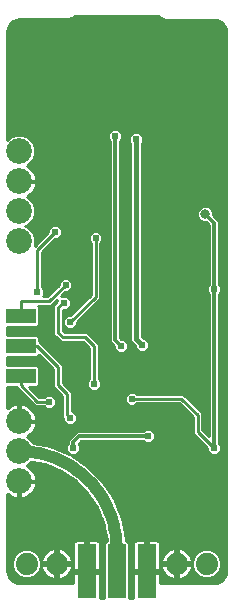
<source format=gbl>
G75*
%MOIN*%
%OFA0B0*%
%FSLAX24Y24*%
%IPPOS*%
%LPD*%
%AMOC8*
5,1,8,0,0,1.08239X$1,22.5*
%
%ADD10C,0.0860*%
%ADD11R,0.1000X0.0500*%
%ADD12C,0.0740*%
%ADD13R,0.0600X0.1800*%
%ADD14C,0.0100*%
%ADD15C,0.0240*%
%ADD16C,0.0317*%
%ADD17C,0.0120*%
%ADD18C,0.0160*%
%ADD19C,0.0400*%
D10*
X000700Y004150D03*
X000700Y005150D03*
X000700Y006150D03*
X000700Y012150D03*
X000700Y013150D03*
X000700Y014150D03*
X000700Y015150D03*
D11*
X000750Y009650D03*
X000750Y008650D03*
X000750Y007650D03*
D12*
X000950Y001400D03*
X001950Y001400D03*
X005950Y001400D03*
X006950Y001400D03*
D13*
X004950Y001150D03*
X003950Y001150D03*
X002950Y001150D03*
D14*
X000376Y000933D02*
X000317Y001074D01*
X000310Y001150D01*
X000310Y003720D01*
X000322Y003708D01*
X000396Y003654D01*
X000477Y003612D01*
X000564Y003584D01*
X000654Y003570D01*
X000681Y003570D01*
X000681Y004131D01*
X000719Y004131D01*
X000719Y004169D01*
X001280Y004169D01*
X001280Y004196D01*
X001266Y004286D01*
X001238Y004373D01*
X001196Y004454D01*
X001142Y004528D01*
X001078Y004592D01*
X001004Y004646D01*
X000955Y004671D01*
X001006Y004692D01*
X001114Y004801D01*
X001553Y004713D01*
X002086Y004493D01*
X002565Y004173D01*
X002973Y003765D01*
X003293Y003286D01*
X003513Y002753D01*
X003626Y002188D01*
X003627Y002160D01*
X003604Y002160D01*
X003540Y002096D01*
X003540Y000260D01*
X003400Y000260D01*
X003400Y001100D01*
X003000Y001100D01*
X003000Y001200D01*
X002900Y001200D01*
X002900Y002200D01*
X002630Y002200D01*
X002592Y002190D01*
X002558Y002170D01*
X002530Y002142D01*
X002510Y002108D01*
X002500Y002070D01*
X002500Y001200D01*
X002900Y001200D01*
X002900Y001100D01*
X002500Y001100D01*
X002500Y000756D01*
X002496Y000760D01*
X000700Y000760D01*
X000624Y000767D01*
X000483Y000826D01*
X000376Y000933D01*
X000374Y000938D02*
X000811Y000938D01*
X000855Y000920D02*
X001045Y000920D01*
X001222Y000993D01*
X001357Y001128D01*
X001430Y001305D01*
X001430Y001495D01*
X001357Y001672D01*
X001222Y001807D01*
X001045Y001880D01*
X000855Y001880D01*
X000678Y001807D01*
X000543Y001672D01*
X000470Y001495D01*
X000470Y001305D01*
X000543Y001128D01*
X000678Y000993D01*
X000855Y000920D01*
X001089Y000938D02*
X001711Y000938D01*
X001677Y000955D02*
X001750Y000918D01*
X001828Y000893D01*
X001900Y000881D01*
X001900Y001350D01*
X001431Y001350D01*
X001443Y001278D01*
X001468Y001200D01*
X001505Y001127D01*
X001553Y001061D01*
X001611Y001003D01*
X001677Y000955D01*
X001578Y001037D02*
X001265Y001037D01*
X001360Y001135D02*
X001501Y001135D01*
X001457Y001234D02*
X001401Y001234D01*
X001430Y001332D02*
X001434Y001332D01*
X001430Y001431D02*
X001900Y001431D01*
X001900Y001450D02*
X001900Y001350D01*
X002000Y001350D01*
X002000Y001450D01*
X001900Y001450D01*
X001900Y001919D01*
X001828Y001907D01*
X001750Y001882D01*
X001677Y001845D01*
X001611Y001797D01*
X001553Y001739D01*
X001505Y001673D01*
X001468Y001600D01*
X001443Y001522D01*
X001431Y001450D01*
X001900Y001450D01*
X001900Y001529D02*
X002000Y001529D01*
X002000Y001450D02*
X002000Y001919D01*
X002072Y001907D01*
X002150Y001882D01*
X002223Y001845D01*
X002289Y001797D01*
X002347Y001739D01*
X002395Y001673D01*
X002432Y001600D01*
X002457Y001522D01*
X002469Y001450D01*
X002000Y001450D01*
X002000Y001431D02*
X002500Y001431D01*
X002469Y001350D02*
X002000Y001350D01*
X002000Y000881D01*
X002072Y000893D01*
X002150Y000918D01*
X002223Y000955D01*
X002289Y001003D01*
X002347Y001061D01*
X002395Y001127D01*
X002432Y001200D01*
X002457Y001278D01*
X002469Y001350D01*
X002466Y001332D02*
X002500Y001332D01*
X002500Y001234D02*
X002443Y001234D01*
X002399Y001135D02*
X002900Y001135D01*
X002900Y001234D02*
X003000Y001234D01*
X003000Y001200D02*
X003000Y002200D01*
X003270Y002200D01*
X003308Y002190D01*
X003342Y002170D01*
X003370Y002142D01*
X003390Y002108D01*
X003400Y002070D01*
X003400Y001200D01*
X003000Y001200D01*
X003000Y001135D02*
X003540Y001135D01*
X003540Y001037D02*
X003400Y001037D01*
X003400Y000938D02*
X003540Y000938D01*
X003540Y000840D02*
X003400Y000840D01*
X003400Y000741D02*
X003540Y000741D01*
X003540Y000643D02*
X003400Y000643D01*
X003400Y000544D02*
X003540Y000544D01*
X003540Y000446D02*
X003400Y000446D01*
X003400Y000347D02*
X003540Y000347D01*
X003540Y001234D02*
X003400Y001234D01*
X003400Y001332D02*
X003540Y001332D01*
X003540Y001431D02*
X003400Y001431D01*
X003400Y001529D02*
X003540Y001529D01*
X003540Y001628D02*
X003400Y001628D01*
X003400Y001726D02*
X003540Y001726D01*
X003540Y001825D02*
X003400Y001825D01*
X003400Y001923D02*
X003540Y001923D01*
X003540Y002022D02*
X003400Y002022D01*
X003383Y002120D02*
X003564Y002120D01*
X003620Y002219D02*
X000310Y002219D01*
X000310Y002317D02*
X003600Y002317D01*
X003581Y002416D02*
X000310Y002416D01*
X000310Y002514D02*
X003561Y002514D01*
X003541Y002613D02*
X000310Y002613D01*
X000310Y002711D02*
X003522Y002711D01*
X003490Y002810D02*
X000310Y002810D01*
X000310Y002908D02*
X003449Y002908D01*
X003409Y003007D02*
X000310Y003007D01*
X000310Y003105D02*
X003368Y003105D01*
X003327Y003204D02*
X000310Y003204D01*
X000310Y003302D02*
X003282Y003302D01*
X003216Y003401D02*
X000310Y003401D01*
X000310Y003499D02*
X003150Y003499D01*
X003085Y003598D02*
X000877Y003598D01*
X000836Y003584D02*
X000923Y003612D01*
X001004Y003654D01*
X001078Y003708D01*
X001142Y003772D01*
X001196Y003846D01*
X001238Y003927D01*
X001266Y004014D01*
X001280Y004104D01*
X001280Y004131D01*
X000719Y004131D01*
X000719Y003570D01*
X000746Y003570D01*
X000836Y003584D01*
X000719Y003598D02*
X000681Y003598D01*
X000681Y003696D02*
X000719Y003696D01*
X000719Y003795D02*
X000681Y003795D01*
X000681Y003893D02*
X000719Y003893D01*
X000719Y003992D02*
X000681Y003992D01*
X000681Y004090D02*
X000719Y004090D01*
X000523Y003598D02*
X000310Y003598D01*
X000310Y003696D02*
X000338Y003696D01*
X000310Y002120D02*
X002517Y002120D01*
X002500Y002022D02*
X000310Y002022D01*
X000310Y001923D02*
X002500Y001923D01*
X002500Y001825D02*
X002250Y001825D01*
X002356Y001726D02*
X002500Y001726D01*
X002500Y001628D02*
X002418Y001628D01*
X002455Y001529D02*
X002500Y001529D01*
X002500Y001037D02*
X002322Y001037D01*
X002189Y000938D02*
X002500Y000938D01*
X002500Y000840D02*
X000470Y000840D01*
X000333Y001037D02*
X000635Y001037D01*
X000540Y001135D02*
X000311Y001135D01*
X000310Y001234D02*
X000499Y001234D01*
X000470Y001332D02*
X000310Y001332D01*
X000310Y001431D02*
X000470Y001431D01*
X000484Y001529D02*
X000310Y001529D01*
X000310Y001628D02*
X000525Y001628D01*
X000597Y001726D02*
X000310Y001726D01*
X000310Y001825D02*
X000721Y001825D01*
X001179Y001825D02*
X001650Y001825D01*
X001544Y001726D02*
X001303Y001726D01*
X001375Y001628D02*
X001482Y001628D01*
X001445Y001529D02*
X001416Y001529D01*
X001900Y001628D02*
X002000Y001628D01*
X002000Y001726D02*
X001900Y001726D01*
X001900Y001825D02*
X002000Y001825D01*
X002000Y001332D02*
X001900Y001332D01*
X001900Y001234D02*
X002000Y001234D01*
X002000Y001135D02*
X001900Y001135D01*
X001900Y001037D02*
X002000Y001037D01*
X002000Y000938D02*
X001900Y000938D01*
X001062Y003696D02*
X003019Y003696D01*
X002943Y003795D02*
X001159Y003795D01*
X001220Y003893D02*
X002845Y003893D01*
X002746Y003992D02*
X001258Y003992D01*
X001278Y004090D02*
X002648Y004090D01*
X002541Y004189D02*
X001280Y004189D01*
X001265Y004287D02*
X002394Y004287D01*
X002247Y004386D02*
X001231Y004386D01*
X001174Y004484D02*
X002099Y004484D01*
X001869Y004583D02*
X001088Y004583D01*
X000979Y004681D02*
X001632Y004681D01*
X001738Y005323D02*
X001166Y005437D01*
X001158Y005456D01*
X001006Y005608D01*
X000955Y005629D01*
X001004Y005654D01*
X001078Y005708D01*
X001142Y005772D01*
X001196Y005846D01*
X001238Y005927D01*
X001266Y006014D01*
X001280Y006104D01*
X001280Y006131D01*
X000719Y006131D01*
X000719Y006169D01*
X000681Y006169D01*
X000681Y006730D01*
X000654Y006730D01*
X000564Y006716D01*
X000477Y006688D01*
X000396Y006646D01*
X000322Y006592D01*
X000310Y006580D01*
X000310Y007290D01*
X000590Y007290D01*
X000590Y007284D01*
X000684Y007190D01*
X001234Y006640D01*
X001535Y006640D01*
X001605Y006570D01*
X001795Y006570D01*
X001930Y006705D01*
X001930Y006895D01*
X001795Y007030D01*
X001605Y007030D01*
X001535Y006960D01*
X001366Y006960D01*
X001036Y007290D01*
X001296Y007290D01*
X001360Y007354D01*
X001360Y007946D01*
X001296Y008010D01*
X000310Y008010D01*
X000310Y008290D01*
X001296Y008290D01*
X001360Y008354D01*
X001360Y008364D01*
X001840Y007884D01*
X001840Y007284D01*
X002140Y006984D01*
X002140Y006284D01*
X002170Y006254D01*
X002170Y006155D01*
X002305Y006020D01*
X002495Y006020D01*
X002630Y006155D01*
X002630Y006345D01*
X002495Y006480D01*
X002460Y006480D01*
X002460Y007116D01*
X002160Y007416D01*
X002160Y008016D01*
X001460Y008716D01*
X001460Y008716D01*
X001366Y008810D01*
X001360Y008810D01*
X001360Y008946D01*
X001296Y009010D01*
X000310Y009010D01*
X000310Y009290D01*
X001296Y009290D01*
X001360Y009354D01*
X001360Y009946D01*
X001316Y009990D01*
X001766Y009990D01*
X001970Y010194D01*
X001970Y010146D01*
X001840Y010016D01*
X001840Y009034D01*
X001934Y008940D01*
X001990Y008884D01*
X001990Y008884D01*
X002084Y008790D01*
X002834Y008790D01*
X003040Y008584D01*
X003040Y007565D01*
X002970Y007495D01*
X002970Y007305D01*
X003105Y007170D01*
X003295Y007170D01*
X003430Y007305D01*
X003430Y007495D01*
X003360Y007565D01*
X003360Y008716D01*
X003060Y009016D01*
X002966Y009110D01*
X002216Y009110D01*
X002160Y009166D01*
X002160Y009870D01*
X002295Y009870D01*
X002430Y010005D01*
X002430Y010195D01*
X002295Y010330D01*
X002106Y010330D01*
X002246Y010470D01*
X002345Y010470D01*
X002480Y010605D01*
X002480Y010795D01*
X002345Y010930D01*
X002155Y010930D01*
X002020Y010795D01*
X002020Y010696D01*
X001634Y010310D01*
X001485Y010310D01*
X001530Y010355D01*
X001530Y010545D01*
X001460Y010615D01*
X001460Y011784D01*
X001896Y012220D01*
X001995Y012220D01*
X002130Y012355D01*
X002130Y012545D01*
X001995Y012680D01*
X001805Y012680D01*
X001670Y012545D01*
X001670Y012446D01*
X001221Y011998D01*
X001240Y012043D01*
X001240Y012257D01*
X001158Y012456D01*
X001006Y012608D01*
X000904Y012650D01*
X001006Y012692D01*
X001158Y012844D01*
X001240Y013043D01*
X001240Y013257D01*
X001158Y013456D01*
X001006Y013608D01*
X000955Y013629D01*
X001004Y013654D01*
X001078Y013708D01*
X001142Y013772D01*
X001196Y013846D01*
X001238Y013927D01*
X001266Y014014D01*
X001280Y014104D01*
X001280Y014131D01*
X000719Y014131D01*
X000719Y014169D01*
X001280Y014169D01*
X001280Y014196D01*
X001266Y014286D01*
X001238Y014373D01*
X001196Y014454D01*
X001142Y014528D01*
X001078Y014592D01*
X001004Y014646D01*
X000955Y014671D01*
X001006Y014692D01*
X001158Y014844D01*
X001240Y015043D01*
X001240Y015257D01*
X001158Y015456D01*
X001006Y015608D01*
X000807Y015690D01*
X000593Y015690D01*
X000394Y015608D01*
X000310Y015524D01*
X000310Y019150D01*
X000317Y019226D01*
X000376Y019367D01*
X000483Y019474D01*
X000624Y019533D01*
X000700Y019540D01*
X002321Y019540D01*
X002546Y019633D01*
X002563Y019650D01*
X005333Y019650D01*
X005354Y019629D01*
X005354Y019629D01*
X005354Y019629D01*
X005579Y019536D01*
X007220Y019536D01*
X007296Y019529D01*
X007437Y019470D01*
X007544Y019363D01*
X007603Y019222D01*
X007610Y019146D01*
X007610Y001150D01*
X007603Y001074D01*
X007544Y000933D01*
X007437Y000826D01*
X007296Y000767D01*
X007220Y000760D01*
X005404Y000760D01*
X005400Y000756D01*
X005400Y001100D01*
X005000Y001100D01*
X005000Y001200D01*
X004900Y001200D01*
X004900Y002200D01*
X004630Y002200D01*
X004592Y002190D01*
X004558Y002170D01*
X004530Y002142D01*
X004510Y002108D01*
X004500Y002070D01*
X004500Y001200D01*
X004900Y001200D01*
X004900Y001100D01*
X004500Y001100D01*
X004500Y000260D01*
X004360Y000260D01*
X004360Y002096D01*
X004296Y002160D01*
X004260Y002160D01*
X004260Y002251D01*
X004123Y002938D01*
X004123Y002938D01*
X003855Y003586D01*
X003855Y003586D01*
X003465Y004169D01*
X003465Y004169D01*
X002969Y004665D01*
X002438Y005020D01*
X002595Y005020D01*
X002730Y005155D01*
X002730Y005345D01*
X002683Y005392D01*
X002770Y005480D01*
X004845Y005480D01*
X004905Y005420D01*
X005095Y005420D01*
X005230Y005555D01*
X005230Y005745D01*
X005095Y005880D01*
X004905Y005880D01*
X004845Y005820D01*
X002630Y005820D01*
X002530Y005720D01*
X002330Y005520D01*
X002330Y005405D01*
X002270Y005345D01*
X002270Y005155D01*
X002358Y005066D01*
X001738Y005323D01*
X001738Y005323D01*
X001862Y005272D02*
X002270Y005272D01*
X002270Y005174D02*
X002100Y005174D01*
X002295Y005371D02*
X001501Y005371D01*
X001205Y005863D02*
X004888Y005863D01*
X004856Y005469D02*
X002759Y005469D01*
X002705Y005371D02*
X006853Y005371D01*
X006755Y005469D02*
X005144Y005469D01*
X005230Y005568D02*
X006656Y005568D01*
X006650Y005800D02*
X007200Y005250D01*
X007050Y005075D02*
X002650Y005075D01*
X002730Y005174D02*
X006970Y005174D01*
X006970Y005155D02*
X007105Y005020D01*
X007295Y005020D01*
X007430Y005155D01*
X007430Y005345D01*
X007370Y005405D01*
X007370Y010395D01*
X007430Y010455D01*
X007430Y010645D01*
X007370Y010705D01*
X007370Y012820D01*
X007270Y012920D01*
X007168Y013022D01*
X007168Y013103D01*
X007128Y013202D01*
X007052Y013278D01*
X006953Y013318D01*
X006847Y013318D01*
X006748Y013278D01*
X006672Y013202D01*
X006632Y013103D01*
X006632Y012997D01*
X006672Y012898D01*
X006748Y012822D01*
X006847Y012782D01*
X006928Y012782D01*
X007030Y012680D01*
X007030Y010705D01*
X006970Y010645D01*
X006970Y010455D01*
X007030Y010395D01*
X007030Y005646D01*
X006810Y005866D01*
X006810Y006416D01*
X006716Y006510D01*
X006166Y007060D01*
X004615Y007060D01*
X004545Y007130D01*
X004355Y007130D01*
X004220Y006995D01*
X004220Y006805D01*
X004355Y006670D01*
X004545Y006670D01*
X004615Y006740D01*
X006034Y006740D01*
X006490Y006284D01*
X006490Y005734D01*
X006970Y005254D01*
X006970Y005155D01*
X006952Y005272D02*
X002730Y005272D01*
X002651Y004878D02*
X007610Y004878D01*
X007610Y004780D02*
X002798Y004780D01*
X002946Y004681D02*
X007610Y004681D01*
X007610Y004583D02*
X003052Y004583D01*
X002969Y004665D02*
X002969Y004665D01*
X003151Y004484D02*
X007610Y004484D01*
X007610Y004386D02*
X003249Y004386D01*
X003348Y004287D02*
X007610Y004287D01*
X007610Y004189D02*
X003446Y004189D01*
X003518Y004090D02*
X007610Y004090D01*
X007610Y003992D02*
X003584Y003992D01*
X003650Y003893D02*
X007610Y003893D01*
X007610Y003795D02*
X003716Y003795D01*
X003782Y003696D02*
X007610Y003696D01*
X007610Y003598D02*
X003847Y003598D01*
X003891Y003499D02*
X007610Y003499D01*
X007610Y003401D02*
X003932Y003401D01*
X003973Y003302D02*
X007610Y003302D01*
X007610Y003204D02*
X004013Y003204D01*
X004054Y003105D02*
X007610Y003105D01*
X007610Y003007D02*
X004095Y003007D01*
X004129Y002908D02*
X007610Y002908D01*
X007610Y002810D02*
X004149Y002810D01*
X004168Y002711D02*
X007610Y002711D01*
X007610Y002613D02*
X004188Y002613D01*
X004208Y002514D02*
X007610Y002514D01*
X007610Y002416D02*
X004227Y002416D01*
X004247Y002317D02*
X007610Y002317D01*
X007610Y002219D02*
X004260Y002219D01*
X004336Y002120D02*
X004517Y002120D01*
X004500Y002022D02*
X004360Y002022D01*
X004360Y001923D02*
X004500Y001923D01*
X004500Y001825D02*
X004360Y001825D01*
X004360Y001726D02*
X004500Y001726D01*
X004500Y001628D02*
X004360Y001628D01*
X004360Y001529D02*
X004500Y001529D01*
X004500Y001431D02*
X004360Y001431D01*
X004360Y001332D02*
X004500Y001332D01*
X004500Y001234D02*
X004360Y001234D01*
X004360Y001135D02*
X004900Y001135D01*
X004900Y001234D02*
X005000Y001234D01*
X005000Y001200D02*
X005000Y002200D01*
X005270Y002200D01*
X005308Y002190D01*
X005342Y002170D01*
X005370Y002142D01*
X005390Y002108D01*
X005400Y002070D01*
X005400Y001200D01*
X005000Y001200D01*
X005000Y001135D02*
X005501Y001135D01*
X005505Y001127D02*
X005468Y001200D01*
X005443Y001278D01*
X005431Y001350D01*
X005900Y001350D01*
X005900Y001450D01*
X005900Y001919D01*
X005828Y001907D01*
X005750Y001882D01*
X005677Y001845D01*
X005611Y001797D01*
X005553Y001739D01*
X005505Y001673D01*
X005468Y001600D01*
X005443Y001522D01*
X005431Y001450D01*
X005900Y001450D01*
X006000Y001450D01*
X006000Y001919D01*
X006072Y001907D01*
X006150Y001882D01*
X006223Y001845D01*
X006289Y001797D01*
X006347Y001739D01*
X006395Y001673D01*
X006432Y001600D01*
X006457Y001522D01*
X006469Y001450D01*
X006000Y001450D01*
X006000Y001350D01*
X006469Y001350D01*
X006457Y001278D01*
X006432Y001200D01*
X006395Y001127D01*
X006347Y001061D01*
X006289Y001003D01*
X006223Y000955D01*
X006150Y000918D01*
X006072Y000893D01*
X006000Y000881D01*
X006000Y001350D01*
X005900Y001350D01*
X005900Y000881D01*
X005828Y000893D01*
X005750Y000918D01*
X005677Y000955D01*
X005611Y001003D01*
X005553Y001061D01*
X005505Y001127D01*
X005578Y001037D02*
X005400Y001037D01*
X005400Y000938D02*
X005711Y000938D01*
X005900Y000938D02*
X006000Y000938D01*
X006000Y001037D02*
X005900Y001037D01*
X005900Y001135D02*
X006000Y001135D01*
X006000Y001234D02*
X005900Y001234D01*
X005900Y001332D02*
X006000Y001332D01*
X006000Y001431D02*
X006470Y001431D01*
X006470Y001495D02*
X006470Y001305D01*
X006543Y001128D01*
X006678Y000993D01*
X006855Y000920D01*
X007045Y000920D01*
X007222Y000993D01*
X007357Y001128D01*
X007430Y001305D01*
X007430Y001495D01*
X007357Y001672D01*
X007222Y001807D01*
X007045Y001880D01*
X006855Y001880D01*
X006678Y001807D01*
X006543Y001672D01*
X006470Y001495D01*
X006484Y001529D02*
X006455Y001529D01*
X006418Y001628D02*
X006525Y001628D01*
X006597Y001726D02*
X006356Y001726D01*
X006250Y001825D02*
X006721Y001825D01*
X006499Y001234D02*
X006443Y001234D01*
X006466Y001332D02*
X006470Y001332D01*
X006399Y001135D02*
X006540Y001135D01*
X006635Y001037D02*
X006322Y001037D01*
X006189Y000938D02*
X006811Y000938D01*
X007089Y000938D02*
X007546Y000938D01*
X007587Y001037D02*
X007265Y001037D01*
X007360Y001135D02*
X007609Y001135D01*
X007610Y001234D02*
X007401Y001234D01*
X007430Y001332D02*
X007610Y001332D01*
X007610Y001431D02*
X007430Y001431D01*
X007416Y001529D02*
X007610Y001529D01*
X007610Y001628D02*
X007375Y001628D01*
X007303Y001726D02*
X007610Y001726D01*
X007610Y001825D02*
X007179Y001825D01*
X007451Y000840D02*
X005400Y000840D01*
X005400Y001234D02*
X005457Y001234D01*
X005434Y001332D02*
X005400Y001332D01*
X005400Y001431D02*
X005900Y001431D01*
X005900Y001529D02*
X006000Y001529D01*
X006000Y001628D02*
X005900Y001628D01*
X005900Y001726D02*
X006000Y001726D01*
X006000Y001825D02*
X005900Y001825D01*
X005650Y001825D02*
X005400Y001825D01*
X005400Y001923D02*
X007610Y001923D01*
X007610Y002022D02*
X005400Y002022D01*
X005383Y002120D02*
X007610Y002120D01*
X007610Y004977D02*
X002504Y004977D01*
X002350Y005075D02*
X002338Y005075D01*
X002330Y005469D02*
X001145Y005469D01*
X001046Y005568D02*
X002377Y005568D01*
X002476Y005666D02*
X001021Y005666D01*
X001135Y005765D02*
X002574Y005765D01*
X002535Y006060D02*
X006490Y006060D01*
X006490Y005962D02*
X001249Y005962D01*
X001273Y006060D02*
X002265Y006060D01*
X002170Y006159D02*
X000719Y006159D01*
X000719Y006169D02*
X001280Y006169D01*
X001280Y006196D01*
X001266Y006286D01*
X001238Y006373D01*
X001196Y006454D01*
X002140Y006454D01*
X002140Y006356D02*
X001243Y006356D01*
X001270Y006257D02*
X002167Y006257D01*
X002300Y006350D02*
X002300Y007050D01*
X002000Y007350D01*
X002000Y007950D01*
X001300Y008650D01*
X000750Y008650D01*
X000750Y007650D02*
X000750Y007350D01*
X001300Y006800D01*
X001700Y006800D01*
X001840Y007341D02*
X001346Y007341D01*
X001360Y007439D02*
X001840Y007439D01*
X001840Y007538D02*
X001360Y007538D01*
X001360Y007636D02*
X001840Y007636D01*
X001840Y007735D02*
X001360Y007735D01*
X001360Y007833D02*
X001840Y007833D01*
X001792Y007932D02*
X001360Y007932D01*
X001331Y008326D02*
X001398Y008326D01*
X001497Y008227D02*
X000310Y008227D01*
X000310Y008129D02*
X001595Y008129D01*
X001694Y008030D02*
X000310Y008030D01*
X000310Y007242D02*
X000632Y007242D01*
X000730Y007144D02*
X000310Y007144D01*
X000310Y007045D02*
X000829Y007045D01*
X000927Y006947D02*
X000310Y006947D01*
X000310Y006848D02*
X001026Y006848D01*
X000923Y006688D02*
X000836Y006716D01*
X000746Y006730D01*
X000719Y006730D01*
X000719Y006169D01*
X000719Y006257D02*
X000681Y006257D01*
X000681Y006356D02*
X000719Y006356D01*
X000719Y006454D02*
X000681Y006454D01*
X000681Y006553D02*
X000719Y006553D01*
X000719Y006651D02*
X000681Y006651D01*
X000923Y006688D02*
X001004Y006646D01*
X001078Y006592D01*
X001142Y006528D01*
X001196Y006454D01*
X001118Y006553D02*
X002140Y006553D01*
X002140Y006651D02*
X001876Y006651D01*
X001930Y006750D02*
X002140Y006750D01*
X002140Y006848D02*
X001930Y006848D01*
X001879Y006947D02*
X002140Y006947D01*
X002079Y007045D02*
X001281Y007045D01*
X001223Y006651D02*
X000994Y006651D01*
X001124Y006750D02*
X000310Y006750D01*
X000310Y006651D02*
X000406Y006651D01*
X001084Y007242D02*
X001882Y007242D01*
X001980Y007144D02*
X001183Y007144D01*
X001555Y008621D02*
X003003Y008621D01*
X003040Y008523D02*
X001654Y008523D01*
X001752Y008424D02*
X003040Y008424D01*
X003040Y008326D02*
X001851Y008326D01*
X001949Y008227D02*
X003040Y008227D01*
X003040Y008129D02*
X002048Y008129D01*
X002146Y008030D02*
X003040Y008030D01*
X003040Y007932D02*
X002160Y007932D01*
X002160Y007833D02*
X003040Y007833D01*
X003040Y007735D02*
X002160Y007735D01*
X002160Y007636D02*
X003040Y007636D01*
X003012Y007538D02*
X002160Y007538D01*
X002160Y007439D02*
X002970Y007439D01*
X002970Y007341D02*
X002236Y007341D01*
X002334Y007242D02*
X003033Y007242D01*
X003200Y007400D02*
X003200Y008650D01*
X002900Y008950D01*
X002150Y008950D01*
X002000Y009100D01*
X002000Y009950D01*
X002150Y010100D01*
X002200Y010100D01*
X002170Y010394D02*
X003090Y010394D01*
X003090Y010366D02*
X002404Y009680D01*
X002305Y009680D01*
X002170Y009545D01*
X002170Y009355D01*
X002305Y009220D01*
X002495Y009220D01*
X002630Y009355D01*
X002630Y009454D01*
X003316Y010140D01*
X003410Y010234D01*
X003410Y012085D01*
X003480Y012155D01*
X003480Y012345D01*
X003345Y012480D01*
X003155Y012480D01*
X003020Y012345D01*
X003020Y012155D01*
X003090Y012085D01*
X003090Y010366D01*
X003019Y010296D02*
X002330Y010296D01*
X002428Y010197D02*
X002921Y010197D01*
X002822Y010099D02*
X002430Y010099D01*
X002425Y010000D02*
X002724Y010000D01*
X002782Y009606D02*
X003730Y009606D01*
X003730Y009508D02*
X002684Y009508D01*
X002630Y009409D02*
X003730Y009409D01*
X003730Y009311D02*
X002586Y009311D01*
X002428Y009705D02*
X002160Y009705D01*
X002160Y009803D02*
X002527Y009803D01*
X002625Y009902D02*
X002327Y009902D01*
X002231Y009606D02*
X002160Y009606D01*
X002160Y009508D02*
X002170Y009508D01*
X002160Y009409D02*
X002170Y009409D01*
X002160Y009311D02*
X002214Y009311D01*
X002160Y009212D02*
X003730Y009212D01*
X003730Y009114D02*
X002213Y009114D01*
X002056Y008818D02*
X001360Y008818D01*
X001360Y008917D02*
X001957Y008917D01*
X001934Y008940D02*
X001934Y008940D01*
X001859Y009015D02*
X000310Y009015D01*
X000310Y009114D02*
X001840Y009114D01*
X001840Y009212D02*
X000310Y009212D01*
X000750Y009650D02*
X000750Y010150D01*
X001700Y010150D01*
X002250Y010700D01*
X002389Y010887D02*
X003090Y010887D01*
X003090Y010985D02*
X001460Y010985D01*
X001460Y010887D02*
X002111Y010887D01*
X002020Y010788D02*
X001460Y010788D01*
X001460Y010690D02*
X002013Y010690D01*
X001915Y010591D02*
X001484Y010591D01*
X001530Y010493D02*
X001816Y010493D01*
X001718Y010394D02*
X001530Y010394D01*
X001300Y010450D02*
X001300Y011850D01*
X001900Y012450D01*
X001784Y012660D02*
X000927Y012660D01*
X001053Y012561D02*
X001686Y012561D01*
X001670Y012463D02*
X001151Y012463D01*
X001196Y012364D02*
X001588Y012364D01*
X001489Y012266D02*
X001237Y012266D01*
X001240Y012167D02*
X001391Y012167D01*
X001292Y012069D02*
X001240Y012069D01*
X001460Y011773D02*
X003090Y011773D01*
X003090Y011675D02*
X001460Y011675D01*
X001460Y011576D02*
X003090Y011576D01*
X003090Y011478D02*
X001460Y011478D01*
X001460Y011379D02*
X003090Y011379D01*
X003090Y011281D02*
X001460Y011281D01*
X001460Y011182D02*
X003090Y011182D01*
X003090Y011084D02*
X001460Y011084D01*
X001548Y011872D02*
X003090Y011872D01*
X003090Y011970D02*
X001646Y011970D01*
X001745Y012069D02*
X003090Y012069D01*
X003020Y012167D02*
X001843Y012167D01*
X002041Y012266D02*
X003020Y012266D01*
X003039Y012364D02*
X002130Y012364D01*
X002130Y012463D02*
X003137Y012463D01*
X003250Y012250D02*
X003250Y010300D01*
X002400Y009450D01*
X002368Y010493D02*
X003090Y010493D01*
X003090Y010591D02*
X002466Y010591D01*
X002480Y010690D02*
X003090Y010690D01*
X003090Y010788D02*
X002480Y010788D01*
X001922Y010099D02*
X001875Y010099D01*
X001840Y010000D02*
X001776Y010000D01*
X001840Y009902D02*
X001360Y009902D01*
X001360Y009803D02*
X001840Y009803D01*
X001840Y009705D02*
X001360Y009705D01*
X001360Y009606D02*
X001840Y009606D01*
X001840Y009508D02*
X001360Y009508D01*
X001360Y009409D02*
X001840Y009409D01*
X001840Y009311D02*
X001316Y009311D01*
X001457Y008720D02*
X002904Y008720D01*
X003061Y009015D02*
X003730Y009015D01*
X003730Y008917D02*
X003160Y008917D01*
X003258Y008818D02*
X003730Y008818D01*
X003730Y008780D02*
X003830Y008680D01*
X003870Y008640D01*
X003870Y008555D01*
X004005Y008420D01*
X004195Y008420D01*
X004330Y008555D01*
X004330Y008745D01*
X004195Y008880D01*
X004110Y008880D01*
X004070Y008920D01*
X004070Y015495D01*
X004130Y015555D01*
X004130Y015745D01*
X003995Y015880D01*
X003805Y015880D01*
X003670Y015745D01*
X003670Y015555D01*
X003730Y015495D01*
X003730Y008780D01*
X003790Y008720D02*
X003357Y008720D01*
X003360Y008621D02*
X003870Y008621D01*
X003902Y008523D02*
X003360Y008523D01*
X003360Y008424D02*
X004001Y008424D01*
X004199Y008424D02*
X007030Y008424D01*
X007030Y008326D02*
X003360Y008326D01*
X003360Y008227D02*
X007030Y008227D01*
X007030Y008129D02*
X003360Y008129D01*
X003360Y008030D02*
X007030Y008030D01*
X007030Y007932D02*
X003360Y007932D01*
X003360Y007833D02*
X007030Y007833D01*
X007030Y007735D02*
X003360Y007735D01*
X003360Y007636D02*
X007030Y007636D01*
X007030Y007538D02*
X003388Y007538D01*
X003430Y007439D02*
X007030Y007439D01*
X007030Y007341D02*
X003430Y007341D01*
X003367Y007242D02*
X007030Y007242D01*
X007030Y007144D02*
X002433Y007144D01*
X002460Y007045D02*
X004270Y007045D01*
X004220Y006947D02*
X002460Y006947D01*
X002460Y006848D02*
X004220Y006848D01*
X004275Y006750D02*
X002460Y006750D01*
X002460Y006651D02*
X006123Y006651D01*
X006221Y006553D02*
X002460Y006553D01*
X002521Y006454D02*
X006320Y006454D01*
X006418Y006356D02*
X002620Y006356D01*
X002630Y006257D02*
X006490Y006257D01*
X006490Y006159D02*
X002630Y006159D01*
X002400Y006250D02*
X002300Y006350D01*
X002881Y009705D02*
X003730Y009705D01*
X003730Y009803D02*
X002979Y009803D01*
X003078Y009902D02*
X003730Y009902D01*
X003730Y010000D02*
X003176Y010000D01*
X003275Y010099D02*
X003730Y010099D01*
X003730Y010197D02*
X003373Y010197D01*
X003410Y010296D02*
X003730Y010296D01*
X003730Y010394D02*
X003410Y010394D01*
X003410Y010493D02*
X003730Y010493D01*
X003730Y010591D02*
X003410Y010591D01*
X003410Y010690D02*
X003730Y010690D01*
X003730Y010788D02*
X003410Y010788D01*
X003410Y010887D02*
X003730Y010887D01*
X003730Y010985D02*
X003410Y010985D01*
X003410Y011084D02*
X003730Y011084D01*
X003730Y011182D02*
X003410Y011182D01*
X003410Y011281D02*
X003730Y011281D01*
X003730Y011379D02*
X003410Y011379D01*
X003410Y011478D02*
X003730Y011478D01*
X003730Y011576D02*
X003410Y011576D01*
X003410Y011675D02*
X003730Y011675D01*
X003730Y011773D02*
X003410Y011773D01*
X003410Y011872D02*
X003730Y011872D01*
X003730Y011970D02*
X003410Y011970D01*
X003410Y012069D02*
X003730Y012069D01*
X003730Y012167D02*
X003480Y012167D01*
X003480Y012266D02*
X003730Y012266D01*
X003730Y012364D02*
X003461Y012364D01*
X003363Y012463D02*
X003730Y012463D01*
X003730Y012561D02*
X002114Y012561D01*
X002016Y012660D02*
X003730Y012660D01*
X003730Y012758D02*
X001072Y012758D01*
X001163Y012857D02*
X003730Y012857D01*
X003730Y012955D02*
X001204Y012955D01*
X001240Y013054D02*
X003730Y013054D01*
X003730Y013152D02*
X001240Y013152D01*
X001240Y013251D02*
X003730Y013251D01*
X003730Y013349D02*
X001202Y013349D01*
X001161Y013448D02*
X003730Y013448D01*
X003730Y013546D02*
X001068Y013546D01*
X000986Y013645D02*
X003730Y013645D01*
X003730Y013743D02*
X001113Y013743D01*
X001193Y013842D02*
X003730Y013842D01*
X003730Y013940D02*
X001242Y013940D01*
X001270Y014039D02*
X003730Y014039D01*
X003730Y014137D02*
X000719Y014137D01*
X001027Y014630D02*
X003730Y014630D01*
X003730Y014728D02*
X001042Y014728D01*
X001140Y014827D02*
X003730Y014827D01*
X003730Y014925D02*
X001191Y014925D01*
X001232Y015024D02*
X003730Y015024D01*
X003730Y015122D02*
X001240Y015122D01*
X001240Y015221D02*
X003730Y015221D01*
X003730Y015319D02*
X001214Y015319D01*
X001174Y015418D02*
X003730Y015418D01*
X003709Y015516D02*
X001098Y015516D01*
X000990Y015615D02*
X003670Y015615D01*
X003670Y015713D02*
X000310Y015713D01*
X000310Y015615D02*
X000410Y015615D01*
X000310Y015812D02*
X003736Y015812D01*
X004064Y015812D02*
X007610Y015812D01*
X007610Y015910D02*
X000310Y015910D01*
X000310Y016009D02*
X007610Y016009D01*
X007610Y016107D02*
X000310Y016107D01*
X000310Y016206D02*
X007610Y016206D01*
X007610Y016304D02*
X000310Y016304D01*
X000310Y016403D02*
X007610Y016403D01*
X007610Y016501D02*
X000310Y016501D01*
X000310Y016600D02*
X007610Y016600D01*
X007610Y016698D02*
X000310Y016698D01*
X000310Y016797D02*
X007610Y016797D01*
X007610Y016895D02*
X000310Y016895D01*
X000310Y016994D02*
X007610Y016994D01*
X007610Y017092D02*
X000310Y017092D01*
X000310Y017191D02*
X007610Y017191D01*
X007610Y017289D02*
X000310Y017289D01*
X000310Y017388D02*
X007610Y017388D01*
X007610Y017486D02*
X000310Y017486D01*
X000310Y017585D02*
X007610Y017585D01*
X007610Y017683D02*
X000310Y017683D01*
X000310Y017782D02*
X007610Y017782D01*
X007610Y017880D02*
X000310Y017880D01*
X000310Y017979D02*
X007610Y017979D01*
X007610Y018077D02*
X000310Y018077D01*
X000310Y018176D02*
X007610Y018176D01*
X007610Y018274D02*
X000310Y018274D01*
X000310Y018373D02*
X007610Y018373D01*
X007610Y018471D02*
X000310Y018471D01*
X000310Y018570D02*
X007610Y018570D01*
X007610Y018668D02*
X000310Y018668D01*
X000310Y018767D02*
X007610Y018767D01*
X007610Y018865D02*
X000310Y018865D01*
X000310Y018964D02*
X007610Y018964D01*
X007610Y019062D02*
X000310Y019062D01*
X000311Y019161D02*
X007609Y019161D01*
X007587Y019259D02*
X000331Y019259D01*
X000372Y019358D02*
X007546Y019358D01*
X007451Y019456D02*
X000465Y019456D01*
X001139Y014531D02*
X003730Y014531D01*
X003730Y014433D02*
X001207Y014433D01*
X001250Y014334D02*
X003730Y014334D01*
X003730Y014236D02*
X001274Y014236D01*
X002356Y019555D02*
X005534Y019555D01*
X004695Y015780D02*
X004505Y015780D01*
X004370Y015645D01*
X004370Y015455D01*
X004410Y015415D01*
X004410Y008821D01*
X004521Y008710D01*
X004570Y008661D01*
X004570Y008605D01*
X004705Y008470D01*
X004895Y008470D01*
X005030Y008605D01*
X005030Y008795D01*
X004895Y008930D01*
X004839Y008930D01*
X004790Y008979D01*
X004790Y015415D01*
X004830Y015455D01*
X004830Y015645D01*
X004695Y015780D01*
X004762Y015713D02*
X007610Y015713D01*
X007610Y015615D02*
X004830Y015615D01*
X004830Y015516D02*
X007610Y015516D01*
X007610Y015418D02*
X004793Y015418D01*
X004790Y015319D02*
X007610Y015319D01*
X007610Y015221D02*
X004790Y015221D01*
X004790Y015122D02*
X007610Y015122D01*
X007610Y015024D02*
X004790Y015024D01*
X004790Y014925D02*
X007610Y014925D01*
X007610Y014827D02*
X004790Y014827D01*
X004790Y014728D02*
X007610Y014728D01*
X007610Y014630D02*
X004790Y014630D01*
X004790Y014531D02*
X007610Y014531D01*
X007610Y014433D02*
X004790Y014433D01*
X004790Y014334D02*
X007610Y014334D01*
X007610Y014236D02*
X004790Y014236D01*
X004790Y014137D02*
X007610Y014137D01*
X007610Y014039D02*
X004790Y014039D01*
X004790Y013940D02*
X007610Y013940D01*
X007610Y013842D02*
X004790Y013842D01*
X004790Y013743D02*
X007610Y013743D01*
X007610Y013645D02*
X004790Y013645D01*
X004790Y013546D02*
X007610Y013546D01*
X007610Y013448D02*
X004790Y013448D01*
X004790Y013349D02*
X007610Y013349D01*
X007610Y013251D02*
X007079Y013251D01*
X007148Y013152D02*
X007610Y013152D01*
X007610Y013054D02*
X007168Y013054D01*
X007235Y012955D02*
X007610Y012955D01*
X007610Y012857D02*
X007334Y012857D01*
X007370Y012758D02*
X007610Y012758D01*
X007610Y012660D02*
X007370Y012660D01*
X007370Y012561D02*
X007610Y012561D01*
X007610Y012463D02*
X007370Y012463D01*
X007370Y012364D02*
X007610Y012364D01*
X007610Y012266D02*
X007370Y012266D01*
X007370Y012167D02*
X007610Y012167D01*
X007610Y012069D02*
X007370Y012069D01*
X007370Y011970D02*
X007610Y011970D01*
X007610Y011872D02*
X007370Y011872D01*
X007370Y011773D02*
X007610Y011773D01*
X007610Y011675D02*
X007370Y011675D01*
X007370Y011576D02*
X007610Y011576D01*
X007610Y011478D02*
X007370Y011478D01*
X007370Y011379D02*
X007610Y011379D01*
X007610Y011281D02*
X007370Y011281D01*
X007370Y011182D02*
X007610Y011182D01*
X007610Y011084D02*
X007370Y011084D01*
X007370Y010985D02*
X007610Y010985D01*
X007610Y010887D02*
X007370Y010887D01*
X007370Y010788D02*
X007610Y010788D01*
X007610Y010690D02*
X007386Y010690D01*
X007430Y010591D02*
X007610Y010591D01*
X007610Y010493D02*
X007430Y010493D01*
X007370Y010394D02*
X007610Y010394D01*
X007610Y010296D02*
X007370Y010296D01*
X007370Y010197D02*
X007610Y010197D01*
X007610Y010099D02*
X007370Y010099D01*
X007370Y010000D02*
X007610Y010000D01*
X007610Y009902D02*
X007370Y009902D01*
X007370Y009803D02*
X007610Y009803D01*
X007610Y009705D02*
X007370Y009705D01*
X007370Y009606D02*
X007610Y009606D01*
X007610Y009508D02*
X007370Y009508D01*
X007370Y009409D02*
X007610Y009409D01*
X007610Y009311D02*
X007370Y009311D01*
X007370Y009212D02*
X007610Y009212D01*
X007610Y009114D02*
X007370Y009114D01*
X007370Y009015D02*
X007610Y009015D01*
X007610Y008917D02*
X007370Y008917D01*
X007370Y008818D02*
X007610Y008818D01*
X007610Y008720D02*
X007370Y008720D01*
X007370Y008621D02*
X007610Y008621D01*
X007610Y008523D02*
X007370Y008523D01*
X007370Y008424D02*
X007610Y008424D01*
X007610Y008326D02*
X007370Y008326D01*
X007370Y008227D02*
X007610Y008227D01*
X007610Y008129D02*
X007370Y008129D01*
X007370Y008030D02*
X007610Y008030D01*
X007610Y007932D02*
X007370Y007932D01*
X007370Y007833D02*
X007610Y007833D01*
X007610Y007735D02*
X007370Y007735D01*
X007370Y007636D02*
X007610Y007636D01*
X007610Y007538D02*
X007370Y007538D01*
X007370Y007439D02*
X007610Y007439D01*
X007610Y007341D02*
X007370Y007341D01*
X007370Y007242D02*
X007610Y007242D01*
X007610Y007144D02*
X007370Y007144D01*
X007370Y007045D02*
X007610Y007045D01*
X007610Y006947D02*
X007370Y006947D01*
X007370Y006848D02*
X007610Y006848D01*
X007610Y006750D02*
X007370Y006750D01*
X007370Y006651D02*
X007610Y006651D01*
X007610Y006553D02*
X007370Y006553D01*
X007370Y006454D02*
X007610Y006454D01*
X007610Y006356D02*
X007370Y006356D01*
X007370Y006257D02*
X007610Y006257D01*
X007610Y006159D02*
X007370Y006159D01*
X007370Y006060D02*
X007610Y006060D01*
X007610Y005962D02*
X007370Y005962D01*
X007370Y005863D02*
X007610Y005863D01*
X007610Y005765D02*
X007370Y005765D01*
X007370Y005666D02*
X007610Y005666D01*
X007610Y005568D02*
X007370Y005568D01*
X007370Y005469D02*
X007610Y005469D01*
X007610Y005371D02*
X007405Y005371D01*
X007430Y005272D02*
X007610Y005272D01*
X007610Y005174D02*
X007430Y005174D01*
X007350Y005075D02*
X007610Y005075D01*
X007030Y005666D02*
X007010Y005666D01*
X007030Y005765D02*
X006912Y005765D01*
X006813Y005863D02*
X007030Y005863D01*
X007030Y005962D02*
X006810Y005962D01*
X006810Y006060D02*
X007030Y006060D01*
X007030Y006159D02*
X006810Y006159D01*
X006810Y006257D02*
X007030Y006257D01*
X007030Y006356D02*
X006810Y006356D01*
X006772Y006454D02*
X007030Y006454D01*
X007030Y006553D02*
X006674Y006553D01*
X006575Y006651D02*
X007030Y006651D01*
X007030Y006750D02*
X006477Y006750D01*
X006378Y006848D02*
X007030Y006848D01*
X007030Y006947D02*
X006280Y006947D01*
X006181Y007045D02*
X007030Y007045D01*
X006650Y006350D02*
X006650Y005800D01*
X006558Y005666D02*
X005230Y005666D01*
X005211Y005765D02*
X006490Y005765D01*
X006490Y005863D02*
X005112Y005863D01*
X004450Y006900D02*
X006100Y006900D01*
X006650Y006350D01*
X007030Y008523D02*
X004948Y008523D01*
X005030Y008621D02*
X007030Y008621D01*
X007030Y008720D02*
X005030Y008720D01*
X005007Y008818D02*
X007030Y008818D01*
X007030Y008917D02*
X004909Y008917D01*
X004790Y009015D02*
X007030Y009015D01*
X007030Y009114D02*
X004790Y009114D01*
X004790Y009212D02*
X007030Y009212D01*
X007030Y009311D02*
X004790Y009311D01*
X004790Y009409D02*
X007030Y009409D01*
X007030Y009508D02*
X004790Y009508D01*
X004790Y009606D02*
X007030Y009606D01*
X007030Y009705D02*
X004790Y009705D01*
X004790Y009803D02*
X007030Y009803D01*
X007030Y009902D02*
X004790Y009902D01*
X004790Y010000D02*
X007030Y010000D01*
X007030Y010099D02*
X004790Y010099D01*
X004790Y010197D02*
X007030Y010197D01*
X007030Y010296D02*
X004790Y010296D01*
X004790Y010394D02*
X007030Y010394D01*
X006970Y010493D02*
X004790Y010493D01*
X004790Y010591D02*
X006970Y010591D01*
X007014Y010690D02*
X004790Y010690D01*
X004790Y010788D02*
X007030Y010788D01*
X007030Y010887D02*
X004790Y010887D01*
X004790Y010985D02*
X007030Y010985D01*
X007030Y011084D02*
X004790Y011084D01*
X004790Y011182D02*
X007030Y011182D01*
X007030Y011281D02*
X004790Y011281D01*
X004790Y011379D02*
X007030Y011379D01*
X007030Y011478D02*
X004790Y011478D01*
X004790Y011576D02*
X007030Y011576D01*
X007030Y011675D02*
X004790Y011675D01*
X004790Y011773D02*
X007030Y011773D01*
X007030Y011872D02*
X004790Y011872D01*
X004790Y011970D02*
X007030Y011970D01*
X007030Y012069D02*
X004790Y012069D01*
X004790Y012167D02*
X007030Y012167D01*
X007030Y012266D02*
X004790Y012266D01*
X004790Y012364D02*
X007030Y012364D01*
X007030Y012463D02*
X004790Y012463D01*
X004790Y012561D02*
X007030Y012561D01*
X007030Y012660D02*
X004790Y012660D01*
X004790Y012758D02*
X006952Y012758D01*
X006714Y012857D02*
X004790Y012857D01*
X004790Y012955D02*
X006649Y012955D01*
X006632Y013054D02*
X004790Y013054D01*
X004790Y013152D02*
X006652Y013152D01*
X006721Y013251D02*
X004790Y013251D01*
X004410Y013251D02*
X004070Y013251D01*
X004070Y013349D02*
X004410Y013349D01*
X004410Y013448D02*
X004070Y013448D01*
X004070Y013546D02*
X004410Y013546D01*
X004410Y013645D02*
X004070Y013645D01*
X004070Y013743D02*
X004410Y013743D01*
X004410Y013842D02*
X004070Y013842D01*
X004070Y013940D02*
X004410Y013940D01*
X004410Y014039D02*
X004070Y014039D01*
X004070Y014137D02*
X004410Y014137D01*
X004410Y014236D02*
X004070Y014236D01*
X004070Y014334D02*
X004410Y014334D01*
X004410Y014433D02*
X004070Y014433D01*
X004070Y014531D02*
X004410Y014531D01*
X004410Y014630D02*
X004070Y014630D01*
X004070Y014728D02*
X004410Y014728D01*
X004410Y014827D02*
X004070Y014827D01*
X004070Y014925D02*
X004410Y014925D01*
X004410Y015024D02*
X004070Y015024D01*
X004070Y015122D02*
X004410Y015122D01*
X004410Y015221D02*
X004070Y015221D01*
X004070Y015319D02*
X004410Y015319D01*
X004407Y015418D02*
X004070Y015418D01*
X004091Y015516D02*
X004370Y015516D01*
X004370Y015615D02*
X004130Y015615D01*
X004130Y015713D02*
X004438Y015713D01*
X004410Y013152D02*
X004070Y013152D01*
X004070Y013054D02*
X004410Y013054D01*
X004410Y012955D02*
X004070Y012955D01*
X004070Y012857D02*
X004410Y012857D01*
X004410Y012758D02*
X004070Y012758D01*
X004070Y012660D02*
X004410Y012660D01*
X004410Y012561D02*
X004070Y012561D01*
X004070Y012463D02*
X004410Y012463D01*
X004410Y012364D02*
X004070Y012364D01*
X004070Y012266D02*
X004410Y012266D01*
X004410Y012167D02*
X004070Y012167D01*
X004070Y012069D02*
X004410Y012069D01*
X004410Y011970D02*
X004070Y011970D01*
X004070Y011872D02*
X004410Y011872D01*
X004410Y011773D02*
X004070Y011773D01*
X004070Y011675D02*
X004410Y011675D01*
X004410Y011576D02*
X004070Y011576D01*
X004070Y011478D02*
X004410Y011478D01*
X004410Y011379D02*
X004070Y011379D01*
X004070Y011281D02*
X004410Y011281D01*
X004410Y011182D02*
X004070Y011182D01*
X004070Y011084D02*
X004410Y011084D01*
X004410Y010985D02*
X004070Y010985D01*
X004070Y010887D02*
X004410Y010887D01*
X004410Y010788D02*
X004070Y010788D01*
X004070Y010690D02*
X004410Y010690D01*
X004410Y010591D02*
X004070Y010591D01*
X004070Y010493D02*
X004410Y010493D01*
X004410Y010394D02*
X004070Y010394D01*
X004070Y010296D02*
X004410Y010296D01*
X004410Y010197D02*
X004070Y010197D01*
X004070Y010099D02*
X004410Y010099D01*
X004410Y010000D02*
X004070Y010000D01*
X004070Y009902D02*
X004410Y009902D01*
X004410Y009803D02*
X004070Y009803D01*
X004070Y009705D02*
X004410Y009705D01*
X004410Y009606D02*
X004070Y009606D01*
X004070Y009508D02*
X004410Y009508D01*
X004410Y009409D02*
X004070Y009409D01*
X004070Y009311D02*
X004410Y009311D01*
X004410Y009212D02*
X004070Y009212D01*
X004070Y009114D02*
X004410Y009114D01*
X004410Y009015D02*
X004070Y009015D01*
X004074Y008917D02*
X004410Y008917D01*
X004413Y008818D02*
X004257Y008818D01*
X004330Y008720D02*
X004512Y008720D01*
X004570Y008621D02*
X004330Y008621D01*
X004298Y008523D02*
X004652Y008523D01*
X004900Y002120D02*
X005000Y002120D01*
X005000Y002022D02*
X004900Y002022D01*
X004900Y001923D02*
X005000Y001923D01*
X005000Y001825D02*
X004900Y001825D01*
X004900Y001726D02*
X005000Y001726D01*
X005000Y001628D02*
X004900Y001628D01*
X004900Y001529D02*
X005000Y001529D01*
X005000Y001431D02*
X004900Y001431D01*
X004900Y001332D02*
X005000Y001332D01*
X005400Y001529D02*
X005445Y001529D01*
X005482Y001628D02*
X005400Y001628D01*
X005400Y001726D02*
X005544Y001726D01*
X004500Y001037D02*
X004360Y001037D01*
X004360Y000938D02*
X004500Y000938D01*
X004500Y000840D02*
X004360Y000840D01*
X004360Y000741D02*
X004500Y000741D01*
X004500Y000643D02*
X004360Y000643D01*
X004360Y000544D02*
X004500Y000544D01*
X004500Y000446D02*
X004360Y000446D01*
X004360Y000347D02*
X004500Y000347D01*
X003000Y001332D02*
X002900Y001332D01*
X002900Y001431D02*
X003000Y001431D01*
X003000Y001529D02*
X002900Y001529D01*
X002900Y001628D02*
X003000Y001628D01*
X003000Y001726D02*
X002900Y001726D01*
X002900Y001825D02*
X003000Y001825D01*
X003000Y001923D02*
X002900Y001923D01*
X002900Y002022D02*
X003000Y002022D01*
X003000Y002120D02*
X002900Y002120D01*
X001221Y004780D02*
X001093Y004780D01*
X002546Y019633D02*
X002546Y019633D01*
D15*
X003900Y015650D03*
X004250Y013900D03*
X004250Y013400D03*
X004950Y013100D03*
X004600Y015550D03*
X005400Y015550D03*
X005300Y010650D03*
X004800Y008700D03*
X004450Y006900D03*
X004100Y008650D03*
X005000Y005650D03*
X004950Y003900D03*
X004900Y003400D03*
X005950Y009600D03*
X007200Y010550D03*
X007200Y005250D03*
X003250Y012250D03*
X003150Y014800D03*
X002450Y012250D03*
X002250Y013650D03*
X001900Y012450D03*
X001350Y012650D03*
X001300Y010450D03*
X001400Y009150D03*
X001700Y006800D03*
X002400Y006250D03*
X002500Y005250D03*
X003200Y007400D03*
X002400Y009450D03*
X002200Y010100D03*
X002250Y010700D03*
D16*
X004100Y016550D03*
X004100Y017550D03*
X004600Y017550D03*
X004600Y016550D03*
X005100Y016550D03*
X005100Y017550D03*
X005600Y017550D03*
X005600Y016550D03*
X006100Y016550D03*
X006100Y017550D03*
X006600Y017550D03*
X006600Y016550D03*
X006900Y013050D03*
X006700Y012350D03*
X005750Y005450D03*
X006350Y005350D03*
X006850Y003250D03*
X005650Y002250D03*
X002950Y002500D03*
X001950Y002250D03*
X000950Y003250D03*
X000950Y017650D03*
X001550Y017650D03*
X002100Y017650D03*
X003350Y019250D03*
X004050Y019250D03*
D17*
X003900Y015650D02*
X003900Y008850D01*
X004100Y008650D01*
X005000Y005650D02*
X002700Y005650D01*
X002500Y005450D01*
X002500Y005250D01*
X007200Y012750D02*
X006900Y013050D01*
X007200Y012750D02*
X007200Y010550D01*
X007200Y005250D01*
D18*
X004800Y008700D02*
X004600Y008900D01*
X004600Y015550D01*
D19*
X003950Y001900D02*
X003950Y001150D01*
X003950Y001900D02*
X003948Y002013D01*
X003942Y002127D01*
X003932Y002240D01*
X003918Y002352D01*
X003901Y002464D01*
X003879Y002576D01*
X003853Y002686D01*
X003824Y002796D01*
X003791Y002904D01*
X003754Y003012D01*
X003713Y003117D01*
X003669Y003222D01*
X003621Y003325D01*
X003570Y003426D01*
X003515Y003525D01*
X003456Y003622D01*
X003394Y003717D01*
X003329Y003810D01*
X003261Y003901D01*
X003190Y003989D01*
X003115Y004075D01*
X003038Y004158D01*
X002958Y004238D01*
X002875Y004315D01*
X002789Y004390D01*
X002701Y004461D01*
X002610Y004529D01*
X002517Y004594D01*
X002422Y004656D01*
X002325Y004715D01*
X002226Y004770D01*
X002125Y004821D01*
X002022Y004869D01*
X001917Y004913D01*
X001812Y004954D01*
X001704Y004991D01*
X001596Y005024D01*
X001486Y005053D01*
X001376Y005079D01*
X001264Y005101D01*
X001152Y005118D01*
X001040Y005132D01*
X000927Y005142D01*
X000813Y005148D01*
X000700Y005150D01*
M02*

</source>
